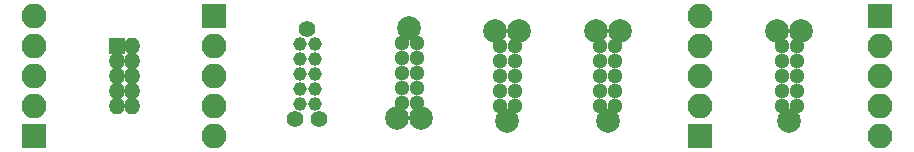
<source format=gbr>
G04 #@! TF.GenerationSoftware,KiCad,Pcbnew,(5.0.0)*
G04 #@! TF.CreationDate,2019-04-25T00:21:32-06:00*
G04 #@! TF.ProjectId,TC2050_adapter,5443323035305F616461707465722E6B,rev?*
G04 #@! TF.SameCoordinates,Original*
G04 #@! TF.FileFunction,Soldermask,Bot*
G04 #@! TF.FilePolarity,Negative*
%FSLAX46Y46*%
G04 Gerber Fmt 4.6, Leading zero omitted, Abs format (unit mm)*
G04 Created by KiCad (PCBNEW (5.0.0)) date 04/25/19 00:21:32*
%MOMM*%
%LPD*%
G01*
G04 APERTURE LIST*
%ADD10R,2.100000X2.100000*%
%ADD11O,2.100000X2.100000*%
%ADD12R,1.400000X1.400000*%
%ADD13O,1.400000X1.400000*%
%ADD14C,1.300000*%
%ADD15C,2.000000*%
%ADD16C,1.150000*%
%ADD17C,1.400000*%
G04 APERTURE END LIST*
D10*
G04 #@! TO.C,J1*
X27940000Y-38100000D03*
D11*
X27940000Y-35560000D03*
X27940000Y-33020000D03*
X27940000Y-30480000D03*
X27940000Y-27940000D03*
G04 #@! TD*
D12*
G04 #@! TO.C,J2*
X34925000Y-30480000D03*
D13*
X36195000Y-30480000D03*
X34925000Y-31750000D03*
X36195000Y-31750000D03*
X34925000Y-33020000D03*
X36195000Y-33020000D03*
X34925000Y-34290000D03*
X36195000Y-34290000D03*
X34925000Y-35560000D03*
X36195000Y-35560000D03*
G04 #@! TD*
D11*
G04 #@! TO.C,J3*
X43180000Y-38100000D03*
X43180000Y-35560000D03*
X43180000Y-33020000D03*
X43180000Y-30480000D03*
D10*
X43180000Y-27940000D03*
G04 #@! TD*
D11*
G04 #@! TO.C,J4*
X99552017Y-38120885D03*
X99552017Y-35580885D03*
X99552017Y-33040885D03*
X99552017Y-30500885D03*
D10*
X99552017Y-27960885D03*
G04 #@! TD*
G04 #@! TO.C,J6*
X84312018Y-38120885D03*
D11*
X84312018Y-35580885D03*
X84312018Y-33040885D03*
X84312018Y-30500885D03*
X84312018Y-27960885D03*
G04 #@! TD*
D14*
G04 #@! TO.C,J5*
X92503518Y-35580885D03*
X92503518Y-34310885D03*
X92503518Y-33040885D03*
X92503518Y-31770885D03*
X92503518Y-30500885D03*
X91233518Y-30500885D03*
X91233518Y-31770885D03*
X91233518Y-33040885D03*
X91233518Y-34310885D03*
X91233518Y-35580885D03*
D15*
X91868518Y-36850885D03*
X92884518Y-29230885D03*
X90852518Y-29230885D03*
G04 #@! TD*
D16*
G04 #@! TO.C,J7*
X50419000Y-30353000D03*
X50419000Y-31623000D03*
X50419000Y-32893000D03*
X50419000Y-34163000D03*
X50419000Y-35433000D03*
X51689000Y-35433000D03*
X51689000Y-34163000D03*
X51689000Y-32893000D03*
X51689000Y-31623000D03*
X51689000Y-30353000D03*
D17*
X51054000Y-29083000D03*
X50038000Y-36703000D03*
X52070000Y-36703000D03*
G04 #@! TD*
D15*
G04 #@! TO.C,J8*
X75485518Y-29230885D03*
X77517518Y-29230885D03*
X76501518Y-36850885D03*
D14*
X75866518Y-35580885D03*
X75866518Y-34310885D03*
X75866518Y-33040885D03*
X75866518Y-31770885D03*
X75866518Y-30500885D03*
X77136518Y-30500885D03*
X77136518Y-31770885D03*
X77136518Y-33040885D03*
X77136518Y-34310885D03*
X77136518Y-35580885D03*
G04 #@! TD*
G04 #@! TO.C,J9*
X68627517Y-35580885D03*
X68627517Y-34310885D03*
X68627517Y-33040885D03*
X68627517Y-31770885D03*
X68627517Y-30500885D03*
X67357517Y-30500885D03*
X67357517Y-31770885D03*
X67357517Y-33040885D03*
X67357517Y-34310885D03*
X67357517Y-35580885D03*
D15*
X67992517Y-36850885D03*
X69008517Y-29230885D03*
X66976517Y-29230885D03*
G04 #@! TD*
D14*
G04 #@! TO.C,J11*
X59055000Y-30226000D03*
X59055000Y-31496000D03*
X59055000Y-32766000D03*
X59055000Y-34036000D03*
X59055000Y-35306000D03*
X60325000Y-35306000D03*
X60325000Y-34036000D03*
X60325000Y-32766000D03*
X60325000Y-31496000D03*
X60325000Y-30226000D03*
D15*
X59690000Y-28956000D03*
X58674000Y-36576000D03*
X60706000Y-36576000D03*
G04 #@! TD*
M02*

</source>
